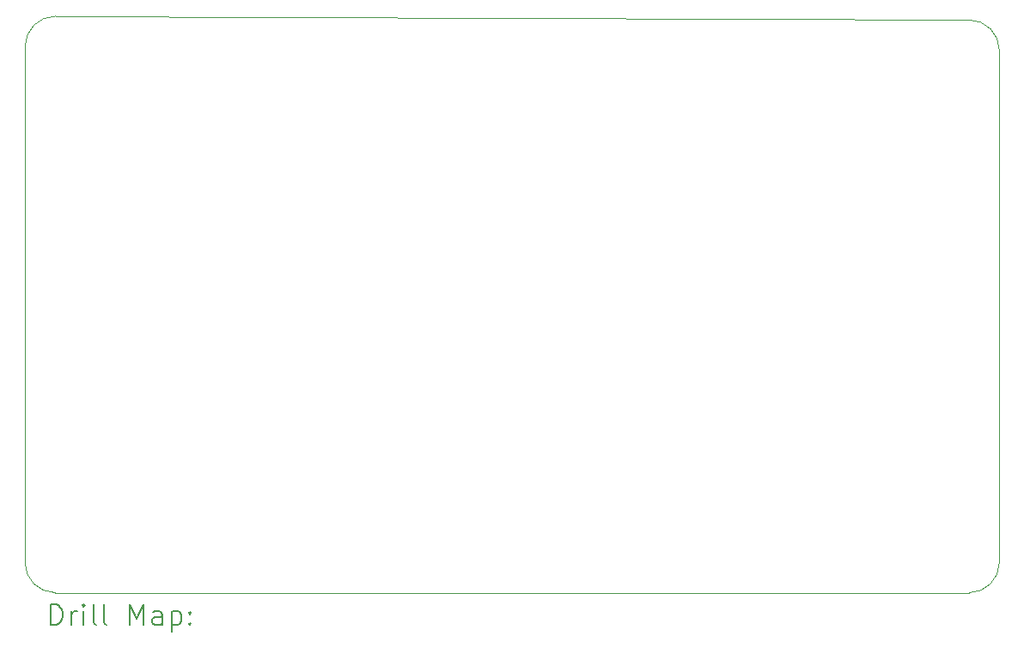
<source format=gbr>
%TF.GenerationSoftware,KiCad,Pcbnew,7.0.8*%
%TF.CreationDate,2024-02-17T17:20:11-08:00*%
%TF.ProjectId,Groundstation_Hat,47726f75-6e64-4737-9461-74696f6e5f48,rev?*%
%TF.SameCoordinates,Original*%
%TF.FileFunction,Drillmap*%
%TF.FilePolarity,Positive*%
%FSLAX45Y45*%
G04 Gerber Fmt 4.5, Leading zero omitted, Abs format (unit mm)*
G04 Created by KiCad (PCBNEW 7.0.8) date 2024-02-17 17:20:11*
%MOMM*%
%LPD*%
G01*
G04 APERTURE LIST*
%ADD10C,0.100000*%
%ADD11C,0.200000*%
G04 APERTURE END LIST*
D10*
X22975000Y-7970000D02*
G75*
G03*
X22675000Y-7670000I-300000J0D01*
G01*
X13670000Y-13320000D02*
X22675000Y-13320000D01*
X22975000Y-7970000D02*
X22975000Y-13020000D01*
X13672132Y-7632132D02*
X22675000Y-7670000D01*
X13372132Y-7932132D02*
X13370000Y-13020000D01*
X22675000Y-13320000D02*
G75*
G03*
X22975000Y-13020000I0J300000D01*
G01*
X13370000Y-13020000D02*
G75*
G03*
X13670000Y-13320000I300000J0D01*
G01*
X13672132Y-7632132D02*
G75*
G03*
X13372132Y-7932132I-2J-299998D01*
G01*
D11*
X13625777Y-13636484D02*
X13625777Y-13436484D01*
X13625777Y-13436484D02*
X13673396Y-13436484D01*
X13673396Y-13436484D02*
X13701967Y-13446008D01*
X13701967Y-13446008D02*
X13721015Y-13465055D01*
X13721015Y-13465055D02*
X13730539Y-13484103D01*
X13730539Y-13484103D02*
X13740062Y-13522198D01*
X13740062Y-13522198D02*
X13740062Y-13550770D01*
X13740062Y-13550770D02*
X13730539Y-13588865D01*
X13730539Y-13588865D02*
X13721015Y-13607912D01*
X13721015Y-13607912D02*
X13701967Y-13626960D01*
X13701967Y-13626960D02*
X13673396Y-13636484D01*
X13673396Y-13636484D02*
X13625777Y-13636484D01*
X13825777Y-13636484D02*
X13825777Y-13503150D01*
X13825777Y-13541246D02*
X13835301Y-13522198D01*
X13835301Y-13522198D02*
X13844824Y-13512674D01*
X13844824Y-13512674D02*
X13863872Y-13503150D01*
X13863872Y-13503150D02*
X13882920Y-13503150D01*
X13949586Y-13636484D02*
X13949586Y-13503150D01*
X13949586Y-13436484D02*
X13940062Y-13446008D01*
X13940062Y-13446008D02*
X13949586Y-13455531D01*
X13949586Y-13455531D02*
X13959110Y-13446008D01*
X13959110Y-13446008D02*
X13949586Y-13436484D01*
X13949586Y-13436484D02*
X13949586Y-13455531D01*
X14073396Y-13636484D02*
X14054348Y-13626960D01*
X14054348Y-13626960D02*
X14044824Y-13607912D01*
X14044824Y-13607912D02*
X14044824Y-13436484D01*
X14178158Y-13636484D02*
X14159110Y-13626960D01*
X14159110Y-13626960D02*
X14149586Y-13607912D01*
X14149586Y-13607912D02*
X14149586Y-13436484D01*
X14406729Y-13636484D02*
X14406729Y-13436484D01*
X14406729Y-13436484D02*
X14473396Y-13579341D01*
X14473396Y-13579341D02*
X14540062Y-13436484D01*
X14540062Y-13436484D02*
X14540062Y-13636484D01*
X14721015Y-13636484D02*
X14721015Y-13531722D01*
X14721015Y-13531722D02*
X14711491Y-13512674D01*
X14711491Y-13512674D02*
X14692443Y-13503150D01*
X14692443Y-13503150D02*
X14654348Y-13503150D01*
X14654348Y-13503150D02*
X14635301Y-13512674D01*
X14721015Y-13626960D02*
X14701967Y-13636484D01*
X14701967Y-13636484D02*
X14654348Y-13636484D01*
X14654348Y-13636484D02*
X14635301Y-13626960D01*
X14635301Y-13626960D02*
X14625777Y-13607912D01*
X14625777Y-13607912D02*
X14625777Y-13588865D01*
X14625777Y-13588865D02*
X14635301Y-13569817D01*
X14635301Y-13569817D02*
X14654348Y-13560293D01*
X14654348Y-13560293D02*
X14701967Y-13560293D01*
X14701967Y-13560293D02*
X14721015Y-13550770D01*
X14816253Y-13503150D02*
X14816253Y-13703150D01*
X14816253Y-13512674D02*
X14835301Y-13503150D01*
X14835301Y-13503150D02*
X14873396Y-13503150D01*
X14873396Y-13503150D02*
X14892443Y-13512674D01*
X14892443Y-13512674D02*
X14901967Y-13522198D01*
X14901967Y-13522198D02*
X14911491Y-13541246D01*
X14911491Y-13541246D02*
X14911491Y-13598389D01*
X14911491Y-13598389D02*
X14901967Y-13617436D01*
X14901967Y-13617436D02*
X14892443Y-13626960D01*
X14892443Y-13626960D02*
X14873396Y-13636484D01*
X14873396Y-13636484D02*
X14835301Y-13636484D01*
X14835301Y-13636484D02*
X14816253Y-13626960D01*
X14997205Y-13617436D02*
X15006729Y-13626960D01*
X15006729Y-13626960D02*
X14997205Y-13636484D01*
X14997205Y-13636484D02*
X14987682Y-13626960D01*
X14987682Y-13626960D02*
X14997205Y-13617436D01*
X14997205Y-13617436D02*
X14997205Y-13636484D01*
X14997205Y-13512674D02*
X15006729Y-13522198D01*
X15006729Y-13522198D02*
X14997205Y-13531722D01*
X14997205Y-13531722D02*
X14987682Y-13522198D01*
X14987682Y-13522198D02*
X14997205Y-13512674D01*
X14997205Y-13512674D02*
X14997205Y-13531722D01*
M02*

</source>
